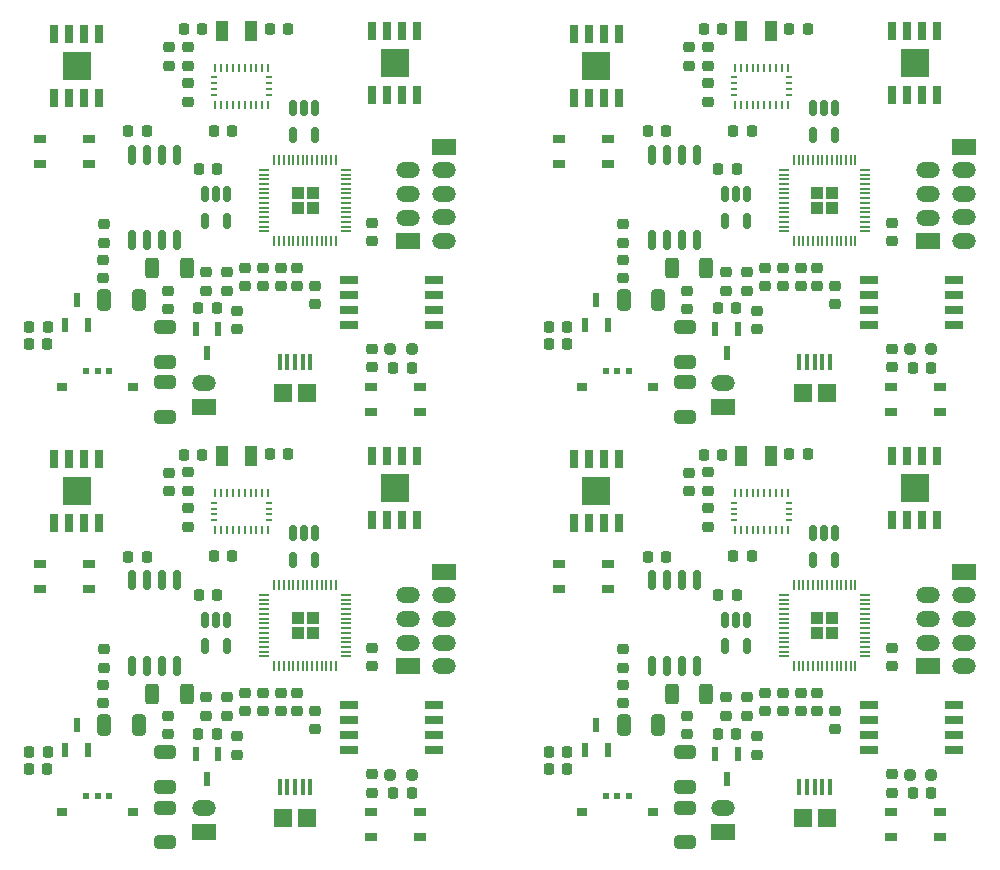
<source format=gbr>
%TF.GenerationSoftware,KiCad,Pcbnew,(6.0.4)*%
%TF.CreationDate,2022-09-20T04:44:20+09:00*%
%TF.ProjectId,mainboard_p,6d61696e-626f-4617-9264-5f702e6b6963,rev?*%
%TF.SameCoordinates,Original*%
%TF.FileFunction,Paste,Top*%
%TF.FilePolarity,Positive*%
%FSLAX46Y46*%
G04 Gerber Fmt 4.6, Leading zero omitted, Abs format (unit mm)*
G04 Created by KiCad (PCBNEW (6.0.4)) date 2022-09-20 04:44:20*
%MOMM*%
%LPD*%
G01*
G04 APERTURE LIST*
G04 Aperture macros list*
%AMRoundRect*
0 Rectangle with rounded corners*
0 $1 Rounding radius*
0 $2 $3 $4 $5 $6 $7 $8 $9 X,Y pos of 4 corners*
0 Add a 4 corners polygon primitive as box body*
4,1,4,$2,$3,$4,$5,$6,$7,$8,$9,$2,$3,0*
0 Add four circle primitives for the rounded corners*
1,1,$1+$1,$2,$3*
1,1,$1+$1,$4,$5*
1,1,$1+$1,$6,$7*
1,1,$1+$1,$8,$9*
0 Add four rect primitives between the rounded corners*
20,1,$1+$1,$2,$3,$4,$5,0*
20,1,$1+$1,$4,$5,$6,$7,0*
20,1,$1+$1,$6,$7,$8,$9,0*
20,1,$1+$1,$8,$9,$2,$3,0*%
G04 Aperture macros list end*
%ADD10RoundRect,0.225000X-0.250000X0.225000X-0.250000X-0.225000X0.250000X-0.225000X0.250000X0.225000X0*%
%ADD11RoundRect,0.225000X-0.225000X-0.250000X0.225000X-0.250000X0.225000X0.250000X-0.225000X0.250000X0*%
%ADD12RoundRect,0.225000X0.250000X-0.225000X0.250000X0.225000X-0.250000X0.225000X-0.250000X-0.225000X0*%
%ADD13RoundRect,0.150000X-0.150000X0.512500X-0.150000X-0.512500X0.150000X-0.512500X0.150000X0.512500X0*%
%ADD14RoundRect,0.225000X0.225000X0.250000X-0.225000X0.250000X-0.225000X-0.250000X0.225000X-0.250000X0*%
%ADD15RoundRect,0.250000X0.650000X-0.325000X0.650000X0.325000X-0.650000X0.325000X-0.650000X-0.325000X0*%
%ADD16RoundRect,0.237500X-0.250000X-0.237500X0.250000X-0.237500X0.250000X0.237500X-0.250000X0.237500X0*%
%ADD17RoundRect,0.250000X0.325000X0.650000X-0.325000X0.650000X-0.325000X-0.650000X0.325000X-0.650000X0*%
%ADD18R,2.000000X1.350000*%
%ADD19O,2.000000X1.350000*%
%ADD20R,0.600000X1.300000*%
%ADD21R,2.390000X2.390000*%
%ADD22R,0.650000X1.525000*%
%ADD23R,0.900000X0.700000*%
%ADD24R,0.600000X0.510000*%
%ADD25R,1.000000X1.800000*%
%ADD26R,1.050000X0.650000*%
%ADD27R,1.650000X0.650000*%
%ADD28RoundRect,0.250000X-0.312500X-0.625000X0.312500X-0.625000X0.312500X0.625000X-0.312500X0.625000X0*%
%ADD29RoundRect,0.150000X-0.150000X0.712500X-0.150000X-0.712500X0.150000X-0.712500X0.150000X0.712500X0*%
%ADD30R,0.250000X0.675000*%
%ADD31R,0.575000X0.250000*%
%ADD32RoundRect,0.050000X0.050000X0.387500X-0.050000X0.387500X-0.050000X-0.387500X0.050000X-0.387500X0*%
%ADD33RoundRect,0.050000X0.387500X0.050000X-0.387500X0.050000X-0.387500X-0.050000X0.387500X-0.050000X0*%
%ADD34RoundRect,0.250000X0.292217X0.292217X-0.292217X0.292217X-0.292217X-0.292217X0.292217X-0.292217X0*%
%ADD35R,1.500000X1.550000*%
%ADD36R,0.400000X1.350000*%
G04 APERTURE END LIST*
D10*
%TO.C,R74*%
X208375400Y-125908600D03*
X208375400Y-124358600D03*
%TD*%
D11*
%TO.C,C118*%
X216846600Y-119748800D03*
X215296600Y-119748800D03*
%TD*%
D12*
%TO.C,D8*%
X223945600Y-136169600D03*
X223945600Y-137719600D03*
%TD*%
D10*
%TO.C,R83*%
X211677400Y-141910600D03*
X211677400Y-140360600D03*
%TD*%
D13*
%TO.C,Y7*%
X219170400Y-128727400D03*
X217270400Y-128727400D03*
X217270400Y-126452400D03*
X218220400Y-126452400D03*
X219170400Y-126452400D03*
%TD*%
D14*
%TO.C,R72*%
X209251400Y-143421600D03*
X210801400Y-143421600D03*
%TD*%
D15*
%TO.C,C115*%
X206419600Y-145020000D03*
X206419600Y-147970000D03*
%TD*%
D10*
%TO.C,C104*%
X223996400Y-148413000D03*
X223996400Y-146863000D03*
%TD*%
%TO.C,C97*%
X213201400Y-141516600D03*
X213201400Y-139966600D03*
%TD*%
D14*
%TO.C,C100*%
X209289800Y-131661400D03*
X210839800Y-131661400D03*
%TD*%
%TO.C,R76*%
X203333200Y-128435600D03*
X204883200Y-128435600D03*
%TD*%
D16*
%TO.C,R66*%
X227320000Y-146901400D03*
X225495000Y-146901400D03*
%TD*%
D10*
%TO.C,C91*%
X219170400Y-143053600D03*
X219170400Y-141503600D03*
%TD*%
D13*
%TO.C,U11*%
X211713000Y-136050100D03*
X209813000Y-136050100D03*
X209813000Y-133775100D03*
X210763000Y-133775100D03*
X211713000Y-133775100D03*
%TD*%
D17*
%TO.C,C111*%
X201261600Y-142735800D03*
X204211600Y-142735800D03*
%TD*%
D18*
%TO.C,J35*%
X230092400Y-129718800D03*
D19*
X230092400Y-131718800D03*
X230092400Y-133718800D03*
X230092400Y-135718800D03*
X230092400Y-137718800D03*
%TD*%
D20*
%TO.C,Q11*%
X209975600Y-147240200D03*
X209025600Y-145140200D03*
X210925600Y-145140200D03*
%TD*%
D12*
%TO.C,R68*%
X217626100Y-139992600D03*
X217626100Y-141542600D03*
%TD*%
%TO.C,C120*%
X208375400Y-121310600D03*
X208375400Y-122860600D03*
%TD*%
D14*
%TO.C,R65*%
X225761400Y-148450800D03*
X227311400Y-148450800D03*
%TD*%
D20*
%TO.C,Q10*%
X198954600Y-142694600D03*
X199904600Y-144794600D03*
X198004600Y-144794600D03*
%TD*%
D21*
%TO.C,IC16*%
X198952000Y-122873000D03*
D22*
X197047000Y-120161000D03*
X198317000Y-120161000D03*
X199587000Y-120161000D03*
X200857000Y-120161000D03*
X200857000Y-125585000D03*
X199587000Y-125585000D03*
X198317000Y-125585000D03*
X197047000Y-125585000D03*
%TD*%
D23*
%TO.C,SW4*%
X203730000Y-150104200D03*
X197730000Y-150104200D03*
D24*
X200730000Y-148749200D03*
X201730000Y-148749200D03*
X199730000Y-148749200D03*
%TD*%
D12*
%TO.C,C102*%
X206800600Y-121336000D03*
X206800600Y-122886000D03*
%TD*%
D11*
%TO.C,C117*%
X212096800Y-128410200D03*
X210546800Y-128410200D03*
%TD*%
D10*
%TO.C,R78*%
X201238000Y-137846600D03*
X201238000Y-136296600D03*
%TD*%
D25*
%TO.C,Y8*%
X211235710Y-119913808D03*
X213735710Y-119913808D03*
%TD*%
D12*
%TO.C,R69*%
X216249400Y-139992600D03*
X216249400Y-141542600D03*
%TD*%
D10*
%TO.C,R84*%
X212566400Y-145199600D03*
X212566400Y-143649600D03*
%TD*%
D26*
%TO.C,S8*%
X199975400Y-131192600D03*
X195825400Y-131192600D03*
X199975400Y-129042600D03*
X195825400Y-129042600D03*
%TD*%
D27*
%TO.C,IC13*%
X221996600Y-144818600D03*
X221996600Y-143548600D03*
X221996600Y-142278600D03*
X221996600Y-141008600D03*
X229196600Y-141008600D03*
X229196600Y-142278600D03*
X229196600Y-143548600D03*
X229196600Y-144818600D03*
%TD*%
D21*
%TO.C,IC15*%
X225900400Y-122619000D03*
D22*
X223995400Y-119907000D03*
X225265400Y-119907000D03*
X226535400Y-119907000D03*
X227805400Y-119907000D03*
X227805400Y-125331000D03*
X226535400Y-125331000D03*
X225265400Y-125331000D03*
X223995400Y-125331000D03*
%TD*%
D15*
%TO.C,C114*%
X206445000Y-149693600D03*
X206445000Y-152643600D03*
%TD*%
D28*
%TO.C,R73*%
X208263100Y-140043400D03*
X205338100Y-140043400D03*
%TD*%
D10*
%TO.C,R77*%
X201212600Y-140843800D03*
X201212600Y-139293800D03*
%TD*%
D26*
%TO.C,S7*%
X228052600Y-152218200D03*
X223902600Y-152218200D03*
X228052600Y-150068200D03*
X223902600Y-150068200D03*
%TD*%
D29*
%TO.C,U12*%
X207435600Y-137661500D03*
X206165600Y-137661500D03*
X204895600Y-137661500D03*
X203625600Y-137661500D03*
X203625600Y-130436500D03*
X204895600Y-130436500D03*
X206165600Y-130436500D03*
X207435600Y-130436500D03*
%TD*%
D10*
%TO.C,C106*%
X206648200Y-143485400D03*
X206648200Y-141935400D03*
%TD*%
D30*
%TO.C,AC4*%
X211172000Y-123057000D03*
X211672000Y-123057000D03*
X212172000Y-123057000D03*
X212672000Y-123057000D03*
X213172000Y-123057000D03*
X213672000Y-123057000D03*
X214172000Y-123057000D03*
X214672000Y-123057000D03*
X215172000Y-123057000D03*
D31*
X215235000Y-123870000D03*
X215235000Y-124370000D03*
X215235000Y-124870000D03*
X215235000Y-125370000D03*
D30*
X215172000Y-126183000D03*
X214672000Y-126183000D03*
X214172000Y-126183000D03*
X213672000Y-126183000D03*
X213172000Y-126183000D03*
X212672000Y-126183000D03*
X212172000Y-126183000D03*
X211672000Y-126183000D03*
X211172000Y-126183000D03*
X210672000Y-126183000D03*
D31*
X210609000Y-125370000D03*
X210609000Y-124870000D03*
X210609000Y-124370000D03*
X210609000Y-123870000D03*
D30*
X210672000Y-123057000D03*
%TD*%
D10*
%TO.C,C94*%
X214725400Y-141529600D03*
X214725400Y-139979600D03*
%TD*%
D19*
%TO.C,J30*%
X209696200Y-149752800D03*
D18*
X209696200Y-151752800D03*
%TD*%
D32*
%TO.C,U4*%
X220888000Y-137732000D03*
X220488000Y-137732000D03*
X220088000Y-137732000D03*
X219688000Y-137732000D03*
X219288000Y-137732000D03*
X218888000Y-137732000D03*
X218488000Y-137732000D03*
X218088000Y-137732000D03*
X217688000Y-137732000D03*
X217288000Y-137732000D03*
X216888000Y-137732000D03*
X216488000Y-137732000D03*
X216088000Y-137732000D03*
X215688000Y-137732000D03*
D33*
X214850500Y-136894500D03*
X214850500Y-136494500D03*
X214850500Y-136094500D03*
X214850500Y-135694500D03*
X214850500Y-135294500D03*
X214850500Y-134894500D03*
X214850500Y-134494500D03*
X214850500Y-134094500D03*
X214850500Y-133694500D03*
X214850500Y-133294500D03*
X214850500Y-132894500D03*
X214850500Y-132494500D03*
X214850500Y-132094500D03*
X214850500Y-131694500D03*
D32*
X215688000Y-130857000D03*
X216088000Y-130857000D03*
X216488000Y-130857000D03*
X216888000Y-130857000D03*
X217288000Y-130857000D03*
X217688000Y-130857000D03*
X218088000Y-130857000D03*
X218488000Y-130857000D03*
X218888000Y-130857000D03*
X219288000Y-130857000D03*
X219688000Y-130857000D03*
X220088000Y-130857000D03*
X220488000Y-130857000D03*
X220888000Y-130857000D03*
D33*
X221725500Y-131694500D03*
X221725500Y-132094500D03*
X221725500Y-132494500D03*
X221725500Y-132894500D03*
X221725500Y-133294500D03*
X221725500Y-133694500D03*
X221725500Y-134094500D03*
X221725500Y-134494500D03*
X221725500Y-134894500D03*
X221725500Y-135294500D03*
X221725500Y-135694500D03*
X221725500Y-136094500D03*
X221725500Y-136494500D03*
X221725500Y-136894500D03*
D34*
X218925500Y-134932000D03*
X217650500Y-133657000D03*
X217650500Y-134932000D03*
X218925500Y-133657000D03*
%TD*%
D11*
%TO.C,R64*%
X196475800Y-146418800D03*
X194925800Y-146418800D03*
%TD*%
%TO.C,R67*%
X196488200Y-144971000D03*
X194938200Y-144971000D03*
%TD*%
D19*
%TO.C,J34*%
X227044400Y-131732000D03*
X227044400Y-133732000D03*
X227044400Y-135732000D03*
D18*
X227044400Y-137732000D03*
%TD*%
D14*
%TO.C,C119*%
X208032200Y-119799600D03*
X209582200Y-119799600D03*
%TD*%
D10*
%TO.C,R71*%
X209899400Y-141910600D03*
X209899400Y-140360600D03*
%TD*%
D35*
%TO.C,J29*%
X218438100Y-150598350D03*
X216438100Y-150598350D03*
D36*
X218738100Y-147923350D03*
X218088100Y-147923350D03*
X217438100Y-147923350D03*
X216788100Y-147923350D03*
X216138100Y-147923350D03*
%TD*%
D10*
%TO.C,R53*%
X164375400Y-125908600D03*
X164375400Y-124358600D03*
%TD*%
D11*
%TO.C,C88*%
X172846600Y-119748800D03*
X171296600Y-119748800D03*
%TD*%
D12*
%TO.C,D6*%
X179945600Y-136169600D03*
X179945600Y-137719600D03*
%TD*%
D10*
%TO.C,R62*%
X167677400Y-141910600D03*
X167677400Y-140360600D03*
%TD*%
D13*
%TO.C,Y5*%
X175170400Y-128727400D03*
X173270400Y-128727400D03*
X173270400Y-126452400D03*
X174220400Y-126452400D03*
X175170400Y-126452400D03*
%TD*%
D14*
%TO.C,R51*%
X165251400Y-143421600D03*
X166801400Y-143421600D03*
%TD*%
D15*
%TO.C,C85*%
X162419600Y-145020000D03*
X162419600Y-147970000D03*
%TD*%
D10*
%TO.C,C74*%
X179996400Y-148413000D03*
X179996400Y-146863000D03*
%TD*%
%TO.C,C67*%
X169201400Y-141516600D03*
X169201400Y-139966600D03*
%TD*%
D14*
%TO.C,C70*%
X165289800Y-131661400D03*
X166839800Y-131661400D03*
%TD*%
%TO.C,R55*%
X159333200Y-128435600D03*
X160883200Y-128435600D03*
%TD*%
D16*
%TO.C,R45*%
X183320000Y-146901400D03*
X181495000Y-146901400D03*
%TD*%
D10*
%TO.C,C61*%
X175170400Y-143053600D03*
X175170400Y-141503600D03*
%TD*%
D13*
%TO.C,U9*%
X167713000Y-136050100D03*
X165813000Y-136050100D03*
X165813000Y-133775100D03*
X166763000Y-133775100D03*
X167713000Y-133775100D03*
%TD*%
D17*
%TO.C,C81*%
X157261600Y-142735800D03*
X160211600Y-142735800D03*
%TD*%
D18*
%TO.C,J26*%
X186092400Y-129718800D03*
D19*
X186092400Y-131718800D03*
X186092400Y-133718800D03*
X186092400Y-135718800D03*
X186092400Y-137718800D03*
%TD*%
D20*
%TO.C,Q6*%
X165975600Y-147240200D03*
X165025600Y-145140200D03*
X166925600Y-145140200D03*
%TD*%
D12*
%TO.C,R47*%
X173626100Y-139992600D03*
X173626100Y-141542600D03*
%TD*%
%TO.C,C90*%
X164375400Y-121310600D03*
X164375400Y-122860600D03*
%TD*%
D14*
%TO.C,R44*%
X181761400Y-148450800D03*
X183311400Y-148450800D03*
%TD*%
D20*
%TO.C,Q5*%
X154954600Y-142694600D03*
X155904600Y-144794600D03*
X154004600Y-144794600D03*
%TD*%
D21*
%TO.C,IC12*%
X154952000Y-122873000D03*
D22*
X153047000Y-120161000D03*
X154317000Y-120161000D03*
X155587000Y-120161000D03*
X156857000Y-120161000D03*
X156857000Y-125585000D03*
X155587000Y-125585000D03*
X154317000Y-125585000D03*
X153047000Y-125585000D03*
%TD*%
D23*
%TO.C,SW3*%
X159730000Y-150104200D03*
X153730000Y-150104200D03*
D24*
X156730000Y-148749200D03*
X157730000Y-148749200D03*
X155730000Y-148749200D03*
%TD*%
D12*
%TO.C,C72*%
X162800600Y-121336000D03*
X162800600Y-122886000D03*
%TD*%
D11*
%TO.C,C87*%
X168096800Y-128410200D03*
X166546800Y-128410200D03*
%TD*%
D10*
%TO.C,R57*%
X157238000Y-137846600D03*
X157238000Y-136296600D03*
%TD*%
D25*
%TO.C,Y6*%
X167235710Y-119913808D03*
X169735710Y-119913808D03*
%TD*%
D12*
%TO.C,R48*%
X172249400Y-139992600D03*
X172249400Y-141542600D03*
%TD*%
D10*
%TO.C,R63*%
X168566400Y-145199600D03*
X168566400Y-143649600D03*
%TD*%
D26*
%TO.C,S6*%
X155975400Y-131192600D03*
X151825400Y-131192600D03*
X155975400Y-129042600D03*
X151825400Y-129042600D03*
%TD*%
D27*
%TO.C,IC5*%
X177996600Y-144818600D03*
X177996600Y-143548600D03*
X177996600Y-142278600D03*
X177996600Y-141008600D03*
X185196600Y-141008600D03*
X185196600Y-142278600D03*
X185196600Y-143548600D03*
X185196600Y-144818600D03*
%TD*%
D21*
%TO.C,IC11*%
X181900400Y-122619000D03*
D22*
X179995400Y-119907000D03*
X181265400Y-119907000D03*
X182535400Y-119907000D03*
X183805400Y-119907000D03*
X183805400Y-125331000D03*
X182535400Y-125331000D03*
X181265400Y-125331000D03*
X179995400Y-125331000D03*
%TD*%
D15*
%TO.C,C84*%
X162445000Y-149693600D03*
X162445000Y-152643600D03*
%TD*%
D28*
%TO.C,R52*%
X164263100Y-140043400D03*
X161338100Y-140043400D03*
%TD*%
D10*
%TO.C,R56*%
X157212600Y-140843800D03*
X157212600Y-139293800D03*
%TD*%
D26*
%TO.C,S5*%
X184052600Y-152218200D03*
X179902600Y-152218200D03*
X184052600Y-150068200D03*
X179902600Y-150068200D03*
%TD*%
D29*
%TO.C,U10*%
X163435600Y-137661500D03*
X162165600Y-137661500D03*
X160895600Y-137661500D03*
X159625600Y-137661500D03*
X159625600Y-130436500D03*
X160895600Y-130436500D03*
X162165600Y-130436500D03*
X163435600Y-130436500D03*
%TD*%
D10*
%TO.C,C76*%
X162648200Y-143485400D03*
X162648200Y-141935400D03*
%TD*%
D30*
%TO.C,AC3*%
X167172000Y-123057000D03*
X167672000Y-123057000D03*
X168172000Y-123057000D03*
X168672000Y-123057000D03*
X169172000Y-123057000D03*
X169672000Y-123057000D03*
X170172000Y-123057000D03*
X170672000Y-123057000D03*
X171172000Y-123057000D03*
D31*
X171235000Y-123870000D03*
X171235000Y-124370000D03*
X171235000Y-124870000D03*
X171235000Y-125370000D03*
D30*
X171172000Y-126183000D03*
X170672000Y-126183000D03*
X170172000Y-126183000D03*
X169672000Y-126183000D03*
X169172000Y-126183000D03*
X168672000Y-126183000D03*
X168172000Y-126183000D03*
X167672000Y-126183000D03*
X167172000Y-126183000D03*
X166672000Y-126183000D03*
D31*
X166609000Y-125370000D03*
X166609000Y-124870000D03*
X166609000Y-124370000D03*
X166609000Y-123870000D03*
D30*
X166672000Y-123057000D03*
%TD*%
D10*
%TO.C,C64*%
X170725400Y-141529600D03*
X170725400Y-139979600D03*
%TD*%
D19*
%TO.C,J21*%
X165696200Y-149752800D03*
D18*
X165696200Y-151752800D03*
%TD*%
D32*
%TO.C,U3*%
X176888000Y-137732000D03*
X176488000Y-137732000D03*
X176088000Y-137732000D03*
X175688000Y-137732000D03*
X175288000Y-137732000D03*
X174888000Y-137732000D03*
X174488000Y-137732000D03*
X174088000Y-137732000D03*
X173688000Y-137732000D03*
X173288000Y-137732000D03*
X172888000Y-137732000D03*
X172488000Y-137732000D03*
X172088000Y-137732000D03*
X171688000Y-137732000D03*
D33*
X170850500Y-136894500D03*
X170850500Y-136494500D03*
X170850500Y-136094500D03*
X170850500Y-135694500D03*
X170850500Y-135294500D03*
X170850500Y-134894500D03*
X170850500Y-134494500D03*
X170850500Y-134094500D03*
X170850500Y-133694500D03*
X170850500Y-133294500D03*
X170850500Y-132894500D03*
X170850500Y-132494500D03*
X170850500Y-132094500D03*
X170850500Y-131694500D03*
D32*
X171688000Y-130857000D03*
X172088000Y-130857000D03*
X172488000Y-130857000D03*
X172888000Y-130857000D03*
X173288000Y-130857000D03*
X173688000Y-130857000D03*
X174088000Y-130857000D03*
X174488000Y-130857000D03*
X174888000Y-130857000D03*
X175288000Y-130857000D03*
X175688000Y-130857000D03*
X176088000Y-130857000D03*
X176488000Y-130857000D03*
X176888000Y-130857000D03*
D33*
X177725500Y-131694500D03*
X177725500Y-132094500D03*
X177725500Y-132494500D03*
X177725500Y-132894500D03*
X177725500Y-133294500D03*
X177725500Y-133694500D03*
X177725500Y-134094500D03*
X177725500Y-134494500D03*
X177725500Y-134894500D03*
X177725500Y-135294500D03*
X177725500Y-135694500D03*
X177725500Y-136094500D03*
X177725500Y-136494500D03*
X177725500Y-136894500D03*
D34*
X174925500Y-134932000D03*
X173650500Y-133657000D03*
X173650500Y-134932000D03*
X174925500Y-133657000D03*
%TD*%
D11*
%TO.C,R43*%
X152475800Y-146418800D03*
X150925800Y-146418800D03*
%TD*%
%TO.C,R46*%
X152488200Y-144971000D03*
X150938200Y-144971000D03*
%TD*%
D19*
%TO.C,J25*%
X183044400Y-131732000D03*
X183044400Y-133732000D03*
X183044400Y-135732000D03*
D18*
X183044400Y-137732000D03*
%TD*%
D14*
%TO.C,C89*%
X164032200Y-119799600D03*
X165582200Y-119799600D03*
%TD*%
D10*
%TO.C,R50*%
X165899400Y-141910600D03*
X165899400Y-140360600D03*
%TD*%
D35*
%TO.C,J20*%
X174438100Y-150598350D03*
X172438100Y-150598350D03*
D36*
X174738100Y-147923350D03*
X174088100Y-147923350D03*
X173438100Y-147923350D03*
X172788100Y-147923350D03*
X172138100Y-147923350D03*
%TD*%
D10*
%TO.C,R32*%
X208375400Y-89908600D03*
X208375400Y-88358600D03*
%TD*%
D11*
%TO.C,C58*%
X216846600Y-83748800D03*
X215296600Y-83748800D03*
%TD*%
D12*
%TO.C,D4*%
X223945600Y-100169600D03*
X223945600Y-101719600D03*
%TD*%
D10*
%TO.C,R41*%
X211677400Y-105910600D03*
X211677400Y-104360600D03*
%TD*%
D13*
%TO.C,Y3*%
X219170400Y-92727400D03*
X217270400Y-92727400D03*
X217270400Y-90452400D03*
X218220400Y-90452400D03*
X219170400Y-90452400D03*
%TD*%
D14*
%TO.C,R30*%
X209251400Y-107421600D03*
X210801400Y-107421600D03*
%TD*%
D15*
%TO.C,C55*%
X206419600Y-109020000D03*
X206419600Y-111970000D03*
%TD*%
D10*
%TO.C,C44*%
X223996400Y-112413000D03*
X223996400Y-110863000D03*
%TD*%
%TO.C,C32*%
X213201400Y-105516600D03*
X213201400Y-103966600D03*
%TD*%
D14*
%TO.C,C40*%
X209289800Y-95661400D03*
X210839800Y-95661400D03*
%TD*%
%TO.C,R34*%
X203333200Y-92435600D03*
X204883200Y-92435600D03*
%TD*%
D16*
%TO.C,R24*%
X227320000Y-110901400D03*
X225495000Y-110901400D03*
%TD*%
D10*
%TO.C,C24*%
X219170400Y-107053600D03*
X219170400Y-105503600D03*
%TD*%
D13*
%TO.C,U7*%
X211713000Y-100050100D03*
X209813000Y-100050100D03*
X209813000Y-97775100D03*
X210763000Y-97775100D03*
X211713000Y-97775100D03*
%TD*%
D17*
%TO.C,C51*%
X201261600Y-106735800D03*
X204211600Y-106735800D03*
%TD*%
D18*
%TO.C,J17*%
X230092400Y-93718800D03*
D19*
X230092400Y-95718800D03*
X230092400Y-97718800D03*
X230092400Y-99718800D03*
X230092400Y-101718800D03*
%TD*%
D20*
%TO.C,Q4*%
X209975600Y-111240200D03*
X209025600Y-109140200D03*
X210925600Y-109140200D03*
%TD*%
D12*
%TO.C,R26*%
X217626100Y-103992600D03*
X217626100Y-105542600D03*
%TD*%
%TO.C,C60*%
X208375400Y-85310600D03*
X208375400Y-86860600D03*
%TD*%
D14*
%TO.C,R17*%
X225761400Y-112450800D03*
X227311400Y-112450800D03*
%TD*%
D20*
%TO.C,Q3*%
X198954600Y-106694600D03*
X199904600Y-108794600D03*
X198004600Y-108794600D03*
%TD*%
D21*
%TO.C,IC10*%
X198952000Y-86873000D03*
D22*
X197047000Y-84161000D03*
X198317000Y-84161000D03*
X199587000Y-84161000D03*
X200857000Y-84161000D03*
X200857000Y-89585000D03*
X199587000Y-89585000D03*
X198317000Y-89585000D03*
X197047000Y-89585000D03*
%TD*%
D23*
%TO.C,SW2*%
X203730000Y-114104200D03*
X197730000Y-114104200D03*
D24*
X200730000Y-112749200D03*
X201730000Y-112749200D03*
X199730000Y-112749200D03*
%TD*%
D12*
%TO.C,C42*%
X206800600Y-85336000D03*
X206800600Y-86886000D03*
%TD*%
D11*
%TO.C,C57*%
X212096800Y-92410200D03*
X210546800Y-92410200D03*
%TD*%
D10*
%TO.C,R36*%
X201238000Y-101846600D03*
X201238000Y-100296600D03*
%TD*%
D25*
%TO.C,Y4*%
X211235710Y-83913808D03*
X213735710Y-83913808D03*
%TD*%
D12*
%TO.C,R27*%
X216249400Y-103992600D03*
X216249400Y-105542600D03*
%TD*%
D10*
%TO.C,R42*%
X212566400Y-109199600D03*
X212566400Y-107649600D03*
%TD*%
D26*
%TO.C,S4*%
X199975400Y-95192600D03*
X195825400Y-95192600D03*
X199975400Y-93042600D03*
X195825400Y-93042600D03*
%TD*%
D27*
%TO.C,IC3*%
X221996600Y-108818600D03*
X221996600Y-107548600D03*
X221996600Y-106278600D03*
X221996600Y-105008600D03*
X229196600Y-105008600D03*
X229196600Y-106278600D03*
X229196600Y-107548600D03*
X229196600Y-108818600D03*
%TD*%
D21*
%TO.C,IC9*%
X225900400Y-86619000D03*
D22*
X223995400Y-83907000D03*
X225265400Y-83907000D03*
X226535400Y-83907000D03*
X227805400Y-83907000D03*
X227805400Y-89331000D03*
X226535400Y-89331000D03*
X225265400Y-89331000D03*
X223995400Y-89331000D03*
%TD*%
D15*
%TO.C,C54*%
X206445000Y-113693600D03*
X206445000Y-116643600D03*
%TD*%
D28*
%TO.C,R31*%
X208263100Y-104043400D03*
X205338100Y-104043400D03*
%TD*%
D10*
%TO.C,R35*%
X201212600Y-104843800D03*
X201212600Y-103293800D03*
%TD*%
D26*
%TO.C,S3*%
X228052600Y-116218200D03*
X223902600Y-116218200D03*
X228052600Y-114068200D03*
X223902600Y-114068200D03*
%TD*%
D29*
%TO.C,U8*%
X207435600Y-101661500D03*
X206165600Y-101661500D03*
X204895600Y-101661500D03*
X203625600Y-101661500D03*
X203625600Y-94436500D03*
X204895600Y-94436500D03*
X206165600Y-94436500D03*
X207435600Y-94436500D03*
%TD*%
D10*
%TO.C,C46*%
X206648200Y-107485400D03*
X206648200Y-105935400D03*
%TD*%
D30*
%TO.C,AC2*%
X211172000Y-87057000D03*
X211672000Y-87057000D03*
X212172000Y-87057000D03*
X212672000Y-87057000D03*
X213172000Y-87057000D03*
X213672000Y-87057000D03*
X214172000Y-87057000D03*
X214672000Y-87057000D03*
X215172000Y-87057000D03*
D31*
X215235000Y-87870000D03*
X215235000Y-88370000D03*
X215235000Y-88870000D03*
X215235000Y-89370000D03*
D30*
X215172000Y-90183000D03*
X214672000Y-90183000D03*
X214172000Y-90183000D03*
X213672000Y-90183000D03*
X213172000Y-90183000D03*
X212672000Y-90183000D03*
X212172000Y-90183000D03*
X211672000Y-90183000D03*
X211172000Y-90183000D03*
X210672000Y-90183000D03*
D31*
X210609000Y-89370000D03*
X210609000Y-88870000D03*
X210609000Y-88370000D03*
X210609000Y-87870000D03*
D30*
X210672000Y-87057000D03*
%TD*%
D10*
%TO.C,C28*%
X214725400Y-105529600D03*
X214725400Y-103979600D03*
%TD*%
D19*
%TO.C,J12*%
X209696200Y-113752800D03*
D18*
X209696200Y-115752800D03*
%TD*%
D32*
%TO.C,U2*%
X220888000Y-101732000D03*
X220488000Y-101732000D03*
X220088000Y-101732000D03*
X219688000Y-101732000D03*
X219288000Y-101732000D03*
X218888000Y-101732000D03*
X218488000Y-101732000D03*
X218088000Y-101732000D03*
X217688000Y-101732000D03*
X217288000Y-101732000D03*
X216888000Y-101732000D03*
X216488000Y-101732000D03*
X216088000Y-101732000D03*
X215688000Y-101732000D03*
D33*
X214850500Y-100894500D03*
X214850500Y-100494500D03*
X214850500Y-100094500D03*
X214850500Y-99694500D03*
X214850500Y-99294500D03*
X214850500Y-98894500D03*
X214850500Y-98494500D03*
X214850500Y-98094500D03*
X214850500Y-97694500D03*
X214850500Y-97294500D03*
X214850500Y-96894500D03*
X214850500Y-96494500D03*
X214850500Y-96094500D03*
X214850500Y-95694500D03*
D32*
X215688000Y-94857000D03*
X216088000Y-94857000D03*
X216488000Y-94857000D03*
X216888000Y-94857000D03*
X217288000Y-94857000D03*
X217688000Y-94857000D03*
X218088000Y-94857000D03*
X218488000Y-94857000D03*
X218888000Y-94857000D03*
X219288000Y-94857000D03*
X219688000Y-94857000D03*
X220088000Y-94857000D03*
X220488000Y-94857000D03*
X220888000Y-94857000D03*
D33*
X221725500Y-95694500D03*
X221725500Y-96094500D03*
X221725500Y-96494500D03*
X221725500Y-96894500D03*
X221725500Y-97294500D03*
X221725500Y-97694500D03*
X221725500Y-98094500D03*
X221725500Y-98494500D03*
X221725500Y-98894500D03*
X221725500Y-99294500D03*
X221725500Y-99694500D03*
X221725500Y-100094500D03*
X221725500Y-100494500D03*
X221725500Y-100894500D03*
D34*
X218925500Y-98932000D03*
X217650500Y-97657000D03*
X217650500Y-98932000D03*
X218925500Y-97657000D03*
%TD*%
D11*
%TO.C,R16*%
X196475800Y-110418800D03*
X194925800Y-110418800D03*
%TD*%
%TO.C,R25*%
X196488200Y-108971000D03*
X194938200Y-108971000D03*
%TD*%
D19*
%TO.C,J16*%
X227044400Y-95732000D03*
X227044400Y-97732000D03*
X227044400Y-99732000D03*
D18*
X227044400Y-101732000D03*
%TD*%
D14*
%TO.C,C59*%
X208032200Y-83799600D03*
X209582200Y-83799600D03*
%TD*%
D10*
%TO.C,R29*%
X209899400Y-105910600D03*
X209899400Y-104360600D03*
%TD*%
D35*
%TO.C,J9*%
X218438100Y-114598350D03*
X216438100Y-114598350D03*
D36*
X218738100Y-111923350D03*
X218088100Y-111923350D03*
X217438100Y-111923350D03*
X216788100Y-111923350D03*
X216138100Y-111923350D03*
%TD*%
D21*
%TO.C,IC7*%
X181900400Y-86619000D03*
D22*
X179995400Y-83907000D03*
X181265400Y-83907000D03*
X182535400Y-83907000D03*
X183805400Y-83907000D03*
X183805400Y-89331000D03*
X182535400Y-89331000D03*
X181265400Y-89331000D03*
X179995400Y-89331000D03*
%TD*%
D27*
%TO.C,IC1*%
X177996600Y-108818600D03*
X177996600Y-107548600D03*
X177996600Y-106278600D03*
X177996600Y-105008600D03*
X185196600Y-105008600D03*
X185196600Y-106278600D03*
X185196600Y-107548600D03*
X185196600Y-108818600D03*
%TD*%
D26*
%TO.C,S2*%
X155975400Y-95192600D03*
X151825400Y-95192600D03*
X155975400Y-93042600D03*
X151825400Y-93042600D03*
%TD*%
D10*
%TO.C,R23*%
X168566400Y-109199600D03*
X168566400Y-107649600D03*
%TD*%
D12*
%TO.C,R6*%
X172249400Y-103992600D03*
X172249400Y-105542600D03*
%TD*%
D11*
%TO.C,R4*%
X152488200Y-108971000D03*
X150938200Y-108971000D03*
%TD*%
D10*
%TO.C,C16*%
X162648200Y-107485400D03*
X162648200Y-105935400D03*
%TD*%
D19*
%TO.C,J3*%
X165696200Y-113752800D03*
D18*
X165696200Y-115752800D03*
%TD*%
D35*
%TO.C,J2*%
X174438100Y-114598350D03*
X172438100Y-114598350D03*
D36*
X174738100Y-111923350D03*
X174088100Y-111923350D03*
X173438100Y-111923350D03*
X172788100Y-111923350D03*
X172138100Y-111923350D03*
%TD*%
D28*
%TO.C,R10*%
X164263100Y-104043400D03*
X161338100Y-104043400D03*
%TD*%
D11*
%TO.C,R1*%
X152475800Y-110418800D03*
X150925800Y-110418800D03*
%TD*%
D29*
%TO.C,U6*%
X163435600Y-101661500D03*
X162165600Y-101661500D03*
X160895600Y-101661500D03*
X159625600Y-101661500D03*
X159625600Y-94436500D03*
X160895600Y-94436500D03*
X162165600Y-94436500D03*
X163435600Y-94436500D03*
%TD*%
D10*
%TO.C,R8*%
X165899400Y-105910600D03*
X165899400Y-104360600D03*
%TD*%
D32*
%TO.C,U1*%
X176888000Y-101732000D03*
X176488000Y-101732000D03*
X176088000Y-101732000D03*
X175688000Y-101732000D03*
X175288000Y-101732000D03*
X174888000Y-101732000D03*
X174488000Y-101732000D03*
X174088000Y-101732000D03*
X173688000Y-101732000D03*
X173288000Y-101732000D03*
X172888000Y-101732000D03*
X172488000Y-101732000D03*
X172088000Y-101732000D03*
X171688000Y-101732000D03*
D33*
X170850500Y-100894500D03*
X170850500Y-100494500D03*
X170850500Y-100094500D03*
X170850500Y-99694500D03*
X170850500Y-99294500D03*
X170850500Y-98894500D03*
X170850500Y-98494500D03*
X170850500Y-98094500D03*
X170850500Y-97694500D03*
X170850500Y-97294500D03*
X170850500Y-96894500D03*
X170850500Y-96494500D03*
X170850500Y-96094500D03*
X170850500Y-95694500D03*
D32*
X171688000Y-94857000D03*
X172088000Y-94857000D03*
X172488000Y-94857000D03*
X172888000Y-94857000D03*
X173288000Y-94857000D03*
X173688000Y-94857000D03*
X174088000Y-94857000D03*
X174488000Y-94857000D03*
X174888000Y-94857000D03*
X175288000Y-94857000D03*
X175688000Y-94857000D03*
X176088000Y-94857000D03*
X176488000Y-94857000D03*
X176888000Y-94857000D03*
D33*
X177725500Y-95694500D03*
X177725500Y-96094500D03*
X177725500Y-96494500D03*
X177725500Y-96894500D03*
X177725500Y-97294500D03*
X177725500Y-97694500D03*
X177725500Y-98094500D03*
X177725500Y-98494500D03*
X177725500Y-98894500D03*
X177725500Y-99294500D03*
X177725500Y-99694500D03*
X177725500Y-100094500D03*
X177725500Y-100494500D03*
X177725500Y-100894500D03*
D34*
X174925500Y-98932000D03*
X173650500Y-97657000D03*
X173650500Y-98932000D03*
X174925500Y-97657000D03*
%TD*%
D30*
%TO.C,AC1*%
X167172000Y-87057000D03*
X167672000Y-87057000D03*
X168172000Y-87057000D03*
X168672000Y-87057000D03*
X169172000Y-87057000D03*
X169672000Y-87057000D03*
X170172000Y-87057000D03*
X170672000Y-87057000D03*
X171172000Y-87057000D03*
D31*
X171235000Y-87870000D03*
X171235000Y-88370000D03*
X171235000Y-88870000D03*
X171235000Y-89370000D03*
D30*
X171172000Y-90183000D03*
X170672000Y-90183000D03*
X170172000Y-90183000D03*
X169672000Y-90183000D03*
X169172000Y-90183000D03*
X168672000Y-90183000D03*
X168172000Y-90183000D03*
X167672000Y-90183000D03*
X167172000Y-90183000D03*
X166672000Y-90183000D03*
D31*
X166609000Y-89370000D03*
X166609000Y-88870000D03*
X166609000Y-88370000D03*
X166609000Y-87870000D03*
D30*
X166672000Y-87057000D03*
%TD*%
D10*
%TO.C,C4*%
X170725400Y-105529600D03*
X170725400Y-103979600D03*
%TD*%
D14*
%TO.C,C36*%
X164032200Y-83799600D03*
X165582200Y-83799600D03*
%TD*%
D26*
%TO.C,S1*%
X184052600Y-116218200D03*
X179902600Y-116218200D03*
X184052600Y-114068200D03*
X179902600Y-114068200D03*
%TD*%
D10*
%TO.C,R14*%
X157212600Y-104843800D03*
X157212600Y-103293800D03*
%TD*%
D19*
%TO.C,J7*%
X183044400Y-95732000D03*
X183044400Y-97732000D03*
X183044400Y-99732000D03*
D18*
X183044400Y-101732000D03*
%TD*%
D15*
%TO.C,C26*%
X162445000Y-113693600D03*
X162445000Y-116643600D03*
%TD*%
D17*
%TO.C,C21*%
X157261600Y-106735800D03*
X160211600Y-106735800D03*
%TD*%
D13*
%TO.C,U5*%
X167713000Y-100050100D03*
X165813000Y-100050100D03*
X165813000Y-97775100D03*
X166763000Y-97775100D03*
X167713000Y-97775100D03*
%TD*%
D10*
%TO.C,R15*%
X157238000Y-101846600D03*
X157238000Y-100296600D03*
%TD*%
D12*
%TO.C,C12*%
X162800600Y-85336000D03*
X162800600Y-86886000D03*
%TD*%
D21*
%TO.C,IC8*%
X154952000Y-86873000D03*
D22*
X153047000Y-84161000D03*
X154317000Y-84161000D03*
X155587000Y-84161000D03*
X156857000Y-84161000D03*
X156857000Y-89585000D03*
X155587000Y-89585000D03*
X154317000Y-89585000D03*
X153047000Y-89585000D03*
%TD*%
D18*
%TO.C,J10*%
X186092400Y-93718800D03*
D19*
X186092400Y-95718800D03*
X186092400Y-97718800D03*
X186092400Y-99718800D03*
X186092400Y-101718800D03*
%TD*%
D20*
%TO.C,Q1*%
X154954600Y-106694600D03*
X155904600Y-108794600D03*
X154004600Y-108794600D03*
%TD*%
D23*
%TO.C,SW1*%
X159730000Y-114104200D03*
X153730000Y-114104200D03*
D24*
X156730000Y-112749200D03*
X157730000Y-112749200D03*
X155730000Y-112749200D03*
%TD*%
D11*
%TO.C,C34*%
X168096800Y-92410200D03*
X166546800Y-92410200D03*
%TD*%
D14*
%TO.C,R2*%
X181761400Y-112450800D03*
X183311400Y-112450800D03*
%TD*%
D12*
%TO.C,C37*%
X164375400Y-85310600D03*
X164375400Y-86860600D03*
%TD*%
%TO.C,R5*%
X173626100Y-103992600D03*
X173626100Y-105542600D03*
%TD*%
D20*
%TO.C,Q2*%
X165975600Y-111240200D03*
X165025600Y-109140200D03*
X166925600Y-109140200D03*
%TD*%
D10*
%TO.C,C1*%
X175170400Y-107053600D03*
X175170400Y-105503600D03*
%TD*%
D25*
%TO.C,Y2*%
X167235710Y-83913808D03*
X169735710Y-83913808D03*
%TD*%
D10*
%TO.C,R11*%
X164375400Y-89908600D03*
X164375400Y-88358600D03*
%TD*%
D13*
%TO.C,Y1*%
X175170400Y-92727400D03*
X173270400Y-92727400D03*
X173270400Y-90452400D03*
X174220400Y-90452400D03*
X175170400Y-90452400D03*
%TD*%
D10*
%TO.C,C14*%
X179996400Y-112413000D03*
X179996400Y-110863000D03*
%TD*%
%TO.C,R22*%
X167677400Y-105910600D03*
X167677400Y-104360600D03*
%TD*%
%TO.C,C7*%
X169201400Y-105516600D03*
X169201400Y-103966600D03*
%TD*%
D12*
%TO.C,D3*%
X179945600Y-100169600D03*
X179945600Y-101719600D03*
%TD*%
D14*
%TO.C,C10*%
X165289800Y-95661400D03*
X166839800Y-95661400D03*
%TD*%
D16*
%TO.C,R3*%
X183320000Y-110901400D03*
X181495000Y-110901400D03*
%TD*%
D14*
%TO.C,R9*%
X165251400Y-107421600D03*
X166801400Y-107421600D03*
%TD*%
%TO.C,R13*%
X159333200Y-92435600D03*
X160883200Y-92435600D03*
%TD*%
D15*
%TO.C,C30*%
X162419600Y-109020000D03*
X162419600Y-111970000D03*
%TD*%
D11*
%TO.C,C35*%
X172846600Y-83748800D03*
X171296600Y-83748800D03*
%TD*%
M02*

</source>
